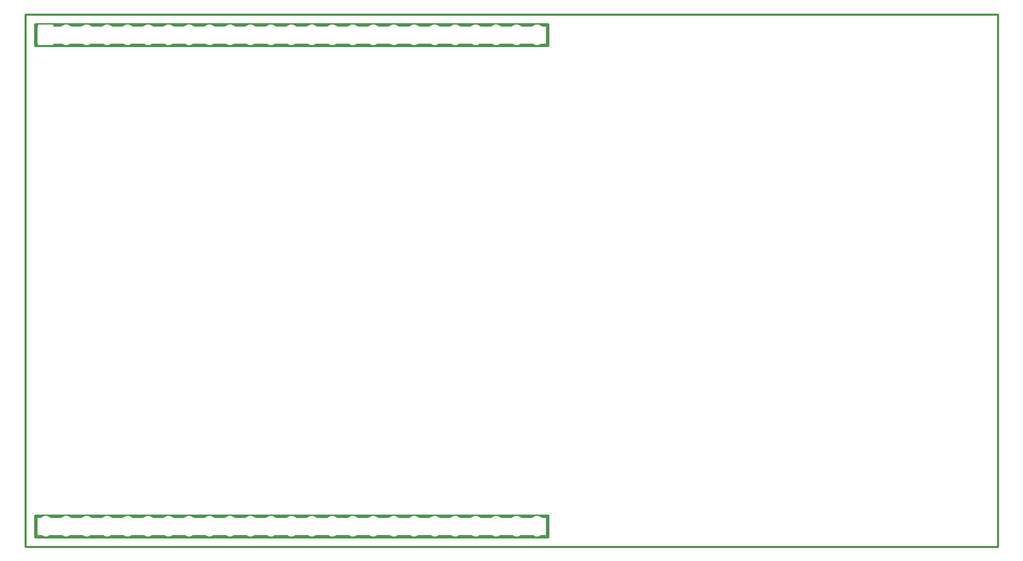
<source format=gbo>
G04 #@! TF.GenerationSoftware,KiCad,Pcbnew,no-vcs-found-7602~57~ubuntu16.04.1*
G04 #@! TF.CreationDate,2017-02-08T15:14:31-05:00*
G04 #@! TF.ProjectId,step_dir_controller_5x3,74656D706C6174655F3578332E6B6963,1.0*
G04 #@! TF.FileFunction,Legend,Bot*
G04 #@! TF.FilePolarity,Positive*
%FSLAX46Y46*%
G04 Gerber Fmt 4.6, Leading zero omitted, Abs format (unit mm)*
G04 Created by KiCad (PCBNEW no-vcs-found-7602~57~ubuntu16.04.1) date Wed Feb  8 15:14:31 2017*
%MOMM*%
%LPD*%
G01*
G04 APERTURE LIST*
%ADD10C,0.100000*%
%ADD11C,0.228600*%
%ADD12C,0.381000*%
%ADD13O,1.854200X2.540000*%
%ADD14R,1.854200X2.540000*%
%ADD15C,3.556000*%
G04 APERTURE END LIST*
D10*
D11*
X190500000Y-72390000D02*
X69850000Y-72390000D01*
X190500000Y-138430000D02*
X190500000Y-72390000D01*
X69850000Y-138430000D02*
X190500000Y-138430000D01*
X69850000Y-72390000D02*
X69850000Y-138430000D01*
D12*
X71120000Y-134620000D02*
X71120000Y-137160000D01*
X134620000Y-137160000D02*
X134620000Y-134620000D01*
X71120000Y-73660000D02*
X71120000Y-76200000D01*
X134620000Y-76200000D02*
X134620000Y-73660000D01*
X71120000Y-134620000D02*
X134620000Y-134620000D01*
X71120000Y-137160000D02*
X134620000Y-137160000D01*
X71120000Y-73660000D02*
X134620000Y-73660000D01*
X71120000Y-76200000D02*
X134620000Y-76200000D01*
%LPC*%
D13*
X74930000Y-74930000D03*
X77470000Y-74930000D03*
D14*
X72390000Y-74930000D03*
D13*
X80010000Y-74930000D03*
X82550000Y-74930000D03*
X85090000Y-74930000D03*
X87630000Y-74930000D03*
X90170000Y-74930000D03*
X92710000Y-74930000D03*
X95250000Y-74930000D03*
X97790000Y-74930000D03*
X100330000Y-74930000D03*
X102870000Y-74930000D03*
X105410000Y-74930000D03*
X107950000Y-74930000D03*
X110490000Y-74930000D03*
X110490000Y-135890000D03*
X107950000Y-135890000D03*
X105410000Y-135890000D03*
X102870000Y-135890000D03*
X100330000Y-135890000D03*
X97790000Y-135890000D03*
X95250000Y-135890000D03*
X92710000Y-135890000D03*
X90170000Y-135890000D03*
X87630000Y-135890000D03*
X85090000Y-135890000D03*
X82550000Y-135890000D03*
X80010000Y-135890000D03*
X77470000Y-135890000D03*
X74930000Y-135890000D03*
X72390000Y-135890000D03*
D15*
X73660000Y-80010000D03*
X73660000Y-130810000D03*
X137160000Y-135890000D03*
X137160000Y-74930000D03*
D13*
X113030000Y-135890000D03*
X115570000Y-135890000D03*
X118110000Y-135890000D03*
X120650000Y-135890000D03*
X123190000Y-135890000D03*
X125730000Y-135890000D03*
X128270000Y-135890000D03*
X130810000Y-135890000D03*
X133350000Y-135890000D03*
X113030000Y-74930000D03*
X115570000Y-74930000D03*
X118110000Y-74930000D03*
X120650000Y-74930000D03*
X123190000Y-74930000D03*
X125730000Y-74930000D03*
X128270000Y-74930000D03*
X130810000Y-74930000D03*
X133350000Y-74930000D03*
M02*

</source>
